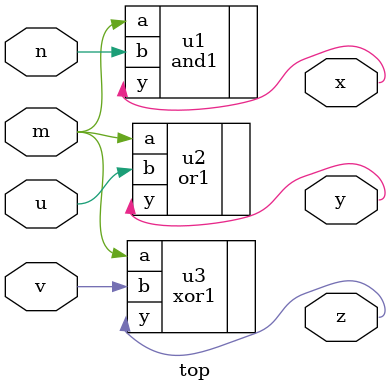
<source format=v>
`timescale 1ns / 1ps
module top(
    input m,
    input n,
    input u,
    input v,
    output x,
    output y,
    output z
    );
	 and1 u1(.a(m),
				.b(n),
				.y(x)
				);
	 or1 u2(.a(m),
			  .b(u),
			  .y(y)
			  );
	 xor1 u3(.a(m),
				.b(v),
				.y(z)
				);


endmodule

</source>
